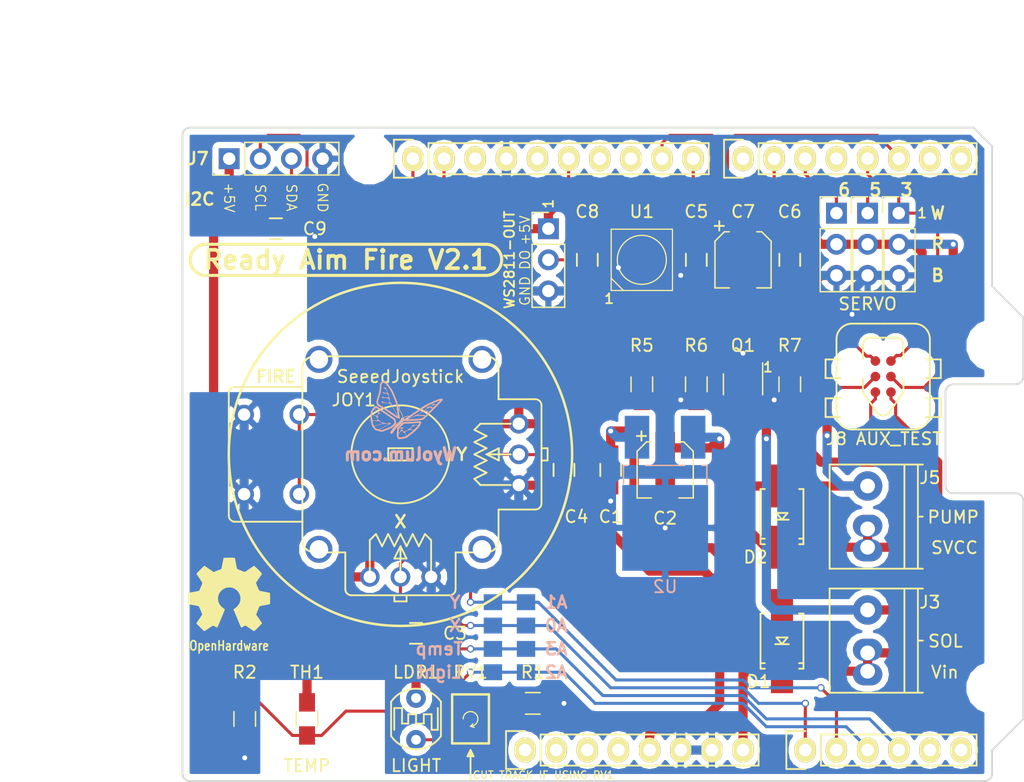
<source format=kicad_pcb>
(kicad_pcb (version 4) (host pcbnew 4.0.7-e2-6376~58~ubuntu16.04.1)
  (title_block (date "lun. 30 mars 2015"))
  (layers (0 F.Cu signal hide) (31 B.Cu signal hide) (34 B.Paste user) (35 F.Paste user) (36 B.SilkS user hide) (37 F.SilkS user) (38 B.Mask user) (39 F.Mask user) (44 Edge.Cuts user))
  (net 0 "")
  (net 1 +5V)
  (net 2 GND)
  (net 3 /Vin)
  (net 4 /A0)
  (net 5 /A1)
  (net 6 /A2)
  (net 7 /A3)
  (net 8 "/A4(SDA)")
  (net 9 "/A5(SCL)")
  (net 10 "/9(**)")
  (net 11 /8)
  (net 12 "/6(**)")
  (net 13 "/5(**)")
  (net 14 "/3(**)")
  (net 15 /2)
  (net 16 "/12(MISO)")
  (net 17 /SVCC)
  (net 18 /LED_OUT)
  (net 19 "Net-(Q1-Pad3)")
  (net 20 /SOL)
  (net 21 /PUMP)
  (module RAF_Libs:Pin_Header_Straight_1x03_Pitch2.54mm (layer F.Cu) (at 164.338 80.01)
    (fp_text reference J4 hide)
    (fp_text value SERVO hide)
    (pad 1 thru_hole rect (at 0 0) (size 1.7 1.7) (drill 1.016) (layers *.Cu *.Mask) (net 12 "/6(**)"))
    (pad 2 thru_hole oval (at 0 2.54) (size 1.7 1.7) (drill 1.016) (layers *.Cu *.Mask) (net 17 /SVCC))
    (pad 3 thru_hole oval (at 0 5.08) (size 1.7 1.7) (drill 1.016) (layers *.Cu *.Mask) (net 2 GND))
  )
  (module RAF_Libs:CP_Elec_4x5.7 (layer F.Cu) (at 156.718 83.82 270)
    (fp_text reference C7 (at -3.937 0 360) (layer F.SilkS))
    (fp_text value 22uF)
    (fp_text user + (at -2.77 2.01 270) (layer F.SilkS))
    (pad 1 smd rect (at -1.8 0 90) (size 2.6 1.6) (layers F.Cu F.Paste F.Mask) (net 17 /SVCC))
    (pad 2 smd rect (at 1.8 0 90) (size 2.6 1.6) (layers F.Cu F.Paste F.Mask) (net 2 GND))
  )
  (module RAF_Libs:LED_WS2812B-PLCC4 (layer F.Cu) (at 148.463 83.82 270)
    (fp_text reference U1 (at -3.937 0 360) (layer F.SilkS))
    (fp_text value RGB_WS2811B)
    (pad 3 smd rect (at 2.5 1.6 270) (size 1.6 1) (layers F.Cu F.Paste F.Mask) (net 2 GND))
    (pad 4 smd rect (at 2.5 -1.6 270) (size 1.6 1) (layers F.Cu F.Paste F.Mask) (net 11 /8))
    (pad 2 smd rect (at -2.5 1.6 270) (size 1.6 1) (layers F.Cu F.Paste F.Mask) (net 18 /LED_OUT))
    (pad 1 smd rect (at -2.5 -1.6 270) (size 1.6 1) (layers F.Cu F.Paste F.Mask) (net 1 +5V))
  )
  (module RAF_Libs:R_0805_HandSoldering (layer F.Cu) (at 121.158 121.285 270)
    (fp_text reference TH1 (at -3.81 0 360) (layer F.SilkS))
    (fp_text value TEMP (at 3.81 0 360) (layer F.SilkS))
    (pad 1 smd rect (at -1.35 0 270) (size 1.5 1.3) (layers F.Cu F.Paste F.Mask) (net 1 +5V))
    (pad 2 smd rect (at 1.35 0 270) (size 1.5 1.3) (layers F.Cu F.Paste F.Mask) (net 7 /A3))
  )
  (module RAF_Libs:R_0805_HandSoldering (layer F.Cu) (at 160.528 93.98 90)
    (fp_text reference R7 (at 3.175 0 360) (layer F.SilkS))
    (fp_text value 100k)
    (pad 1 smd rect (at -1.35 0 90) (size 1.5 1.3) (layers F.Cu F.Paste F.Mask) (net 2 GND))
    (pad 2 smd rect (at 1.35 0 90) (size 1.5 1.3) (layers F.Cu F.Paste F.Mask) (net 15 /2))
  )
  (module RAF_Libs:R_0805_HandSoldering (layer F.Cu) (at 152.908 93.98 90)
    (fp_text reference R6 (at 3.175 0 360) (layer F.SilkS))
    (fp_text value 100k)
    (pad 1 smd rect (at -1.35 0 90) (size 1.5 1.3) (layers F.Cu F.Paste F.Mask) (net 2 GND))
    (pad 2 smd rect (at 1.35 0 90) (size 1.5 1.3) (layers F.Cu F.Paste F.Mask) (net 19 "Net-(Q1-Pad3)"))
  )
  (module RAF_Libs:R_0805_HandSoldering (layer F.Cu) (at 148.463 93.98 90)
    (fp_text reference R5 (at 3.175 0 360) (layer F.SilkS))
    (fp_text value 100k)
    (pad 1 smd rect (at -1.35 0 90) (size 1.5 1.3) (layers F.Cu F.Paste F.Mask) (net 19 "Net-(Q1-Pad3)"))
    (pad 2 smd rect (at 1.35 0 90) (size 1.5 1.3) (layers F.Cu F.Paste F.Mask) (net 10 "/9(**)"))
  )
  (module RAF_Libs:R_0805_HandSoldering (layer F.Cu) (at 116.078 121.285 270)
    (fp_text reference R2 (at -3.81 0 360) (layer F.SilkS))
    (fp_text value 10K)
    (pad 1 smd rect (at -1.35 0 270) (size 1.5 1.3) (layers F.Cu F.Paste F.Mask) (net 7 /A3))
    (pad 2 smd rect (at 1.35 0 270) (size 1.5 1.3) (layers F.Cu F.Paste F.Mask) (net 2 GND))
  )
  (module RAF_Libs:R_0805_HandSoldering (layer F.Cu) (at 139.573 120.015)
    (fp_text reference R1 (at 0 -2.54 180) (layer F.SilkS))
    (fp_text value 22K)
    (pad 1 smd rect (at -1.35 0) (size 1.5 1.3) (layers F.Cu F.Paste F.Mask) (net 6 /A2))
    (pad 2 smd rect (at 1.35 0) (size 1.5 1.3) (layers F.Cu F.Paste F.Mask) (net 2 GND))
  )
  (module RAF_Libs:SuperSOT-6 (layer F.Cu) (at 156.718 93.98 270)
    (fp_text reference Q1 (at -3.175 0 360) (layer F.SilkS))
    (fp_text value FDC6305N)
    (pad 1 smd rect (at -1.3 -0.95 270) (size 1 0.7) (layers F.Cu F.Paste F.Mask) (net 15 /2))
    (pad 2 smd rect (at -1.3 0 270) (size 1 0.7) (layers F.Cu F.Paste F.Mask) (net 2 GND))
    (pad 3 smd rect (at -1.3 0.95 270) (size 1 0.7) (layers F.Cu F.Paste F.Mask) (net 19 "Net-(Q1-Pad3)"))
    (pad 4 smd rect (at 1.3 0.95 270) (size 1 0.7) (layers F.Cu F.Paste F.Mask) (net 21 /PUMP))
    (pad 6 smd rect (at 1.3 -0.95 270) (size 1 0.7) (layers F.Cu F.Paste F.Mask) (net 20 /SOL))
    (pad 5 smd rect (at 1.3 0 270) (size 1 0.7) (layers F.Cu F.Paste F.Mask) (net 2 GND))
  )
  (module RAF_Libs:Socket_Strip_Arduino_1x08 (layer F.Cu) (at 156.718 75.565)
    (fp_text reference P4 hide)
    (fp_text value Digital)
    (pad 1 thru_hole oval (at 0 0) (size 1.7272 2.032) (drill 1.016) (layers *.Cu *.Mask F.SilkS))
    (pad 2 thru_hole oval (at 2.54 0) (size 1.7272 2.032) (drill 1.016) (layers *.Cu *.Mask F.SilkS) (net 12 "/6(**)"))
    (pad 3 thru_hole oval (at 5.08 0) (size 1.7272 2.032) (drill 1.016) (layers *.Cu *.Mask F.SilkS) (net 13 "/5(**)"))
    (pad 4 thru_hole oval (at 7.62 0) (size 1.7272 2.032) (drill 1.016) (layers *.Cu *.Mask F.SilkS))
    (pad 5 thru_hole oval (at 10.16 0) (size 1.7272 2.032) (drill 1.016) (layers *.Cu *.Mask F.SilkS) (net 14 "/3(**)"))
    (pad 6 thru_hole oval (at 12.7 0) (size 1.7272 2.032) (drill 1.016) (layers *.Cu *.Mask F.SilkS) (net 15 /2))
    (pad 7 thru_hole oval (at 15.24 0) (size 1.7272 2.032) (drill 1.016) (layers *.Cu *.Mask F.SilkS))
    (pad 8 thru_hole oval (at 17.78 0) (size 1.7272 2.032) (drill 1.016) (layers *.Cu *.Mask F.SilkS))
  )
  (module RAF_Libs:Socket_Strip_Arduino_1x10 (layer F.Cu) (at 129.794 75.565)
    (fp_text reference P3 hide)
    (fp_text value Digital)
    (pad 1 thru_hole oval (at 0 0) (size 1.7272 2.032) (drill 1.016) (layers *.Cu *.Mask F.SilkS) (net 9 "/A5(SCL)"))
    (pad 2 thru_hole oval (at 2.54 0) (size 1.7272 2.032) (drill 1.016) (layers *.Cu *.Mask F.SilkS) (net 8 "/A4(SDA)"))
    (pad 3 thru_hole oval (at 5.08 0) (size 1.7272 2.032) (drill 1.016) (layers *.Cu *.Mask F.SilkS))
    (pad 4 thru_hole oval (at 7.62 0) (size 1.7272 2.032) (drill 1.016) (layers *.Cu *.Mask F.SilkS) (net 2 GND))
    (pad 5 thru_hole oval (at 10.16 0) (size 1.7272 2.032) (drill 1.016) (layers *.Cu *.Mask F.SilkS))
    (pad 6 thru_hole oval (at 12.7 0) (size 1.7272 2.032) (drill 1.016) (layers *.Cu *.Mask F.SilkS) (net 16 "/12(MISO)"))
    (pad 7 thru_hole oval (at 15.24 0) (size 1.7272 2.032) (drill 1.016) (layers *.Cu *.Mask F.SilkS))
    (pad 8 thru_hole oval (at 17.78 0) (size 1.7272 2.032) (drill 1.016) (layers *.Cu *.Mask F.SilkS))
    (pad 9 thru_hole oval (at 20.32 0) (size 1.7272 2.032) (drill 1.016) (layers *.Cu *.Mask F.SilkS) (net 10 "/9(**)"))
    (pad 10 thru_hole oval (at 22.86 0) (size 1.7272 2.032) (drill 1.016) (layers *.Cu *.Mask F.SilkS) (net 11 /8))
  )
  (module RAF_Libs:Socket_Strip_Arduino_1x06 (layer F.Cu) (at 161.798 123.825)
    (fp_text reference P2 hide)
    (fp_text value Analog)
    (pad 1 thru_hole oval (at 0 0) (size 1.7272 2.032) (drill 1.016) (layers *.Cu *.Mask F.SilkS) (net 4 /A0))
    (pad 2 thru_hole oval (at 2.54 0) (size 1.7272 2.032) (drill 1.016) (layers *.Cu *.Mask F.SilkS) (net 5 /A1))
    (pad 3 thru_hole oval (at 5.08 0) (size 1.7272 2.032) (drill 1.016) (layers *.Cu *.Mask F.SilkS) (net 6 /A2))
    (pad 4 thru_hole oval (at 7.62 0) (size 1.7272 2.032) (drill 1.016) (layers *.Cu *.Mask F.SilkS) (net 7 /A3))
    (pad 5 thru_hole oval (at 10.16 0) (size 1.7272 2.032) (drill 1.016) (layers *.Cu *.Mask F.SilkS))
    (pad 6 thru_hole oval (at 12.7 0) (size 1.7272 2.032) (drill 1.016) (layers *.Cu *.Mask F.SilkS))
  )
  (module RAF_Libs:Socket_Strip_Arduino_1x08 (layer F.Cu) (at 138.938 123.825)
    (fp_text reference P1 hide)
    (fp_text value Power)
    (pad 1 thru_hole oval (at 0 0) (size 1.7272 2.032) (drill 1.016) (layers *.Cu *.Mask F.SilkS))
    (pad 2 thru_hole oval (at 2.54 0) (size 1.7272 2.032) (drill 1.016) (layers *.Cu *.Mask F.SilkS))
    (pad 3 thru_hole oval (at 5.08 0) (size 1.7272 2.032) (drill 1.016) (layers *.Cu *.Mask F.SilkS))
    (pad 4 thru_hole oval (at 7.62 0) (size 1.7272 2.032) (drill 1.016) (layers *.Cu *.Mask F.SilkS))
    (pad 5 thru_hole oval (at 10.16 0) (size 1.7272 2.032) (drill 1.016) (layers *.Cu *.Mask F.SilkS) (net 1 +5V))
    (pad 6 thru_hole oval (at 12.7 0) (size 1.7272 2.032) (drill 1.016) (layers *.Cu *.Mask F.SilkS) (net 2 GND))
    (pad 7 thru_hole oval (at 15.24 0) (size 1.7272 2.032) (drill 1.016) (layers *.Cu *.Mask F.SilkS) (net 2 GND))
    (pad 8 thru_hole oval (at 17.78 0) (size 1.7272 2.032) (drill 1.016) (layers *.Cu *.Mask F.SilkS) (net 3 /Vin))
  )
  (module RAF_Libs:Pin_Header_Straight_1x04_Pitch2.54mm (layer F.Cu) (at 114.808 75.565 90)
    (fp_text reference J7 (at 0 -2.54 180) (layer F.SilkS) (effects (font (thickness 0.2))))
    (fp_text value I2C (at -3.302 -2.413 180) (layer F.SilkS) (effects (font (thickness 0.2))))
    (pad 1 thru_hole rect (at 0 0 90) (size 1.7 1.7) (drill 1.016) (layers *.Cu *.Mask) (net 1 +5V))
    (pad 2 thru_hole oval (at 0 2.54 90) (size 1.7 1.7) (drill 1.016) (layers *.Cu *.Mask) (net 9 "/A5(SCL)"))
    (pad 3 thru_hole oval (at 0 5.08 90) (size 1.7 1.7) (drill 1.016) (layers *.Cu *.Mask) (net 8 "/A4(SDA)"))
    (pad 4 thru_hole oval (at 0 7.62 90) (size 1.7 1.7) (drill 1.016) (layers *.Cu *.Mask) (net 2 GND))
  )
  (module RAF_Libs:Pin_Header_Straight_1x03_Pitch2.54mm (layer F.Cu) (at 140.843 81.28)
    (fp_text reference J6 hide)
    (fp_text value WS2811-OUT (at -3.175 2.54 90) (layer F.SilkS) (effects (font (size 0.8 0.8))))
    (pad 1 thru_hole rect (at 0 0) (size 1.7 1.7) (drill 1.016) (layers *.Cu *.Mask) (net 1 +5V))
    (pad 2 thru_hole oval (at 0 2.54) (size 1.7 1.7) (drill 1.016) (layers *.Cu *.Mask) (net 18 /LED_OUT))
    (pad 3 thru_hole oval (at 0 5.08) (size 1.7 1.7) (drill 1.016) (layers *.Cu *.Mask) (net 2 GND))
  )
  (module RAF_Libs:Pin_Header_Straight_1x03_Pitch2.54mm (layer F.Cu) (at 166.878 80.01)
    (fp_text reference J2 hide)
    (fp_text value SERVO (at 0 7.41) (layer F.SilkS))
    (pad 1 thru_hole rect (at 0 0) (size 1.7 1.7) (drill 1.016) (layers *.Cu *.Mask) (net 13 "/5(**)"))
    (pad 2 thru_hole oval (at 0 2.54) (size 1.7 1.7) (drill 1.016) (layers *.Cu *.Mask) (net 17 /SVCC))
    (pad 3 thru_hole oval (at 0 5.08) (size 1.7 1.7) (drill 1.016) (layers *.Cu *.Mask) (net 2 GND))
  )
  (module RAF_Libs:Pin_Header_Straight_1x03_Pitch2.54mm (layer F.Cu) (at 169.418 80.01)
    (fp_text reference J1 hide)
    (fp_text value SERVO hide)
    (pad 1 thru_hole rect (at 0 0) (size 1.7 1.7) (drill 1.016) (layers *.Cu *.Mask) (net 14 "/3(**)"))
    (pad 2 thru_hole oval (at 0 2.54) (size 1.7 1.7) (drill 1.016) (layers *.Cu *.Mask) (net 17 /SVCC))
    (pad 3 thru_hole oval (at 0 5.08) (size 1.7 1.7) (drill 1.016) (layers *.Cu *.Mask) (net 2 GND))
  )
  (module RAF_Libs:SMA_Handsoldering (layer F.Cu) (at 159.893 104.775 90)
    (fp_text reference D2 (at -3.302 -2.159 180) (layer F.SilkS))
    (fp_text value S1ATR)
    (pad 1 smd rect (at -2.49936 0 90) (size 3.50012 1.80086) (layers F.Cu F.Paste F.Mask) (net 17 /SVCC))
    (pad 2 smd rect (at 2.49936 0 90) (size 3.50012 1.80086) (layers F.Cu F.Paste F.Mask) (net 21 /PUMP))
  )
  (module RAF_Libs:SMA_Handsoldering (layer F.Cu) (at 159.893 114.935 90)
    (fp_text reference D1 (at -3.302 -1.905 180) (layer F.SilkS))
    (fp_text value S1ATR)
    (pad 1 smd rect (at -2.49936 0 90) (size 3.50012 1.80086) (layers F.Cu F.Paste F.Mask) (net 3 /Vin))
    (pad 2 smd rect (at 2.49936 0 90) (size 3.50012 1.80086) (layers F.Cu F.Paste F.Mask) (net 20 /SOL))
  )
  (module RAF_Libs:C_0805_HandSoldering (layer F.Cu) (at 118.618 81.28)
    (fp_text reference C9 (at 3.175 0 180) (layer F.SilkS))
    (fp_text value 0.1uF)
    (pad 1 smd rect (at -1.25 0) (size 1.5 1.25) (layers F.Cu F.Paste F.Mask) (net 1 +5V))
    (pad 2 smd rect (at 1.25 0) (size 1.5 1.25) (layers F.Cu F.Paste F.Mask) (net 2 GND))
  )
  (module RAF_Libs:C_0805_HandSoldering (layer F.Cu) (at 144.018 83.82 270)
    (fp_text reference C8 (at -3.937 0 360) (layer F.SilkS))
    (fp_text value 0.1uF)
    (pad 1 smd rect (at -1.25 0 270) (size 1.5 1.25) (layers F.Cu F.Paste F.Mask) (net 1 +5V))
    (pad 2 smd rect (at 1.25 0 270) (size 1.5 1.25) (layers F.Cu F.Paste F.Mask) (net 2 GND))
  )
  (module RAF_Libs:C_0805_HandSoldering (layer F.Cu) (at 160.528 83.82 270)
    (fp_text reference C6 (at -3.937 0 360) (layer F.SilkS))
    (fp_text value 0.1uF)
    (pad 1 smd rect (at -1.25 0 270) (size 1.5 1.25) (layers F.Cu F.Paste F.Mask) (net 17 /SVCC))
    (pad 2 smd rect (at 1.25 0 270) (size 1.5 1.25) (layers F.Cu F.Paste F.Mask) (net 2 GND))
  )
  (module RAF_Libs:C_0805_HandSoldering (layer F.Cu) (at 152.908 83.82 270)
    (fp_text reference C5 (at -3.937 0 360) (layer F.SilkS))
    (fp_text value 0.1uF)
    (pad 1 smd rect (at -1.25 0 270) (size 1.5 1.25) (layers F.Cu F.Paste F.Mask) (net 1 +5V))
    (pad 2 smd rect (at 1.25 0 270) (size 1.5 1.25) (layers F.Cu F.Paste F.Mask) (net 2 GND))
  )
  (module RAF_Libs:C_0805_HandSoldering (layer F.Cu) (at 142.113 100.965 270)
    (fp_text reference C4 (at 3.81 -1.016 360) (layer F.SilkS))
    (fp_text value 0.1uF)
    (pad 1 smd rect (at -1.25 0 270) (size 1.5 1.25) (layers F.Cu F.Paste F.Mask) (net 5 /A1))
    (pad 2 smd rect (at 1.25 0 270) (size 1.5 1.25) (layers F.Cu F.Paste F.Mask) (net 2 GND))
  )
  (module RAF_Libs:C_0805_HandSoldering (layer F.Cu) (at 130.048 114.3)
    (fp_text reference C3 (at 3.175 0) (layer F.SilkS))
    (fp_text value 0.1uF)
    (pad 1 smd rect (at -1.25 0) (size 1.5 1.25) (layers F.Cu F.Paste F.Mask) (net 4 /A0))
    (pad 2 smd rect (at 1.25 0) (size 1.5 1.25) (layers F.Cu F.Paste F.Mask) (net 2 GND))
  )
  (module RAF_Libs:C_0805_HandSoldering (layer F.Cu) (at 145.923 100.965 270)
    (fp_text reference C1 (at 3.81 0 360) (layer F.SilkS))
    (fp_text value 0.1uF)
    (pad 1 smd rect (at -1.25 0 270) (size 1.5 1.25) (layers F.Cu F.Paste F.Mask) (net 3 /Vin))
    (pad 2 smd rect (at 1.25 0 270) (size 1.5 1.25) (layers F.Cu F.Paste F.Mask) (net 2 GND))
  )
  (module RAF_Libs:CP_Elec_4x5.7 (layer F.Cu) (at 150.368 100.965 270)
    (fp_text reference C2 (at 3.937 0 360) (layer F.SilkS))
    (fp_text value 22uF)
    (fp_text user + (at -2.77 2.01 270) (layer F.SilkS))
    (pad 1 smd rect (at -1.8 0 90) (size 2.6 1.6) (layers F.Cu F.Paste F.Mask) (net 17 /SVCC))
    (pad 2 smd rect (at 1.8 0 90) (size 2.6 1.6) (layers F.Cu F.Paste F.Mask) (net 2 GND))
  )
  (module RAF_Libs:logo_wyo_butterfly_small (layer B.Cu) (at 128.778 96.52 180)
    (fp_text reference WYO1 hide)
    (fp_text value LOGO_WL hide)
  )
  (module RAF_Libs:OSHW_6mm (layer F.Cu) (at 114.808 111.125)
    (fp_text reference OSHW1 hide)
    (fp_text value OSHW hide)
    (fp_text user OpenHardware (at 0 4.191) (layer F.SilkS) (effects (font (size 0.762 0.6096) (thickness 0.127))))
  )
  (module RAF_Libs:DPak (layer B.Cu) (at 150.368 102.87 270)
    (fp_text reference U2 (at 7.62 0 360) (layer B.SilkS) (effects (justify mirror)))
    (fp_text value LF60CDT)
    (pad VI smd rect (at -4.575 2.3) (size 2 3.5) (layers B.Cu B.Paste B.Mask) (net 3 /Vin))
    (pad VO smd rect (at -4.575 -2.28) (size 2 3.5) (layers B.Cu B.Paste B.Mask) (net 17 /SVCC))
    (pad GND smd rect (at 2.825 0) (size 7 7) (layers B.Cu B.Paste B.Mask) (net 2 GND))
  )
  (module RAF_Libs:0805_jumper (layer B.Cu) (at 137.668 113.665)
    (fp_text reference JP1 hide)
    (fp_text value Jumper_NC_Small hide)
    (pad 2 smd rect (at 0.3 0) (size 0.6 0.1524) (layers B.Cu B.Paste B.Mask) (net 4 /A0))
    (pad 2 smd rect (at 1.35 0) (size 1.5 1.3) (layers B.Cu B.Paste B.Mask) (net 4 /A0))
    (pad 1 smd rect (at -1.35 0) (size 1.5 1.3) (layers B.Cu B.Paste B.Mask) (net 4 /A0))
    (pad 1 smd rect (at -0.3 0) (size 0.6 0.1524) (layers B.Cu B.Paste B.Mask) (net 4 /A0))
  )
  (module RAF_Libs:0805_jumper (layer B.Cu) (at 137.668 115.57)
    (fp_text reference JP4 hide)
    (fp_text value Jumper_NC_Small hide)
    (pad 2 smd rect (at 0.3 0) (size 0.6 0.1524) (layers B.Cu B.Paste B.Mask) (net 7 /A3))
    (pad 2 smd rect (at 1.35 0) (size 1.5 1.3) (layers B.Cu B.Paste B.Mask) (net 7 /A3))
    (pad 1 smd rect (at -1.35 0) (size 1.5 1.3) (layers B.Cu B.Paste B.Mask) (net 7 /A3))
    (pad 1 smd rect (at -0.3 0) (size 0.6 0.1524) (layers B.Cu B.Paste B.Mask) (net 7 /A3))
  )
  (module RAF_Libs:0805_jumper (layer B.Cu) (at 137.668 117.475)
    (fp_text reference JP3 hide)
    (fp_text value Jumper_NC_Small hide)
    (pad 2 smd rect (at 0.3 0) (size 0.6 0.1524) (layers B.Cu B.Paste B.Mask) (net 6 /A2))
    (pad 2 smd rect (at 1.35 0) (size 1.5 1.3) (layers B.Cu B.Paste B.Mask) (net 6 /A2))
    (pad 1 smd rect (at -1.35 0) (size 1.5 1.3) (layers B.Cu B.Paste B.Mask) (net 6 /A2))
    (pad 1 smd rect (at -0.3 0) (size 0.6 0.1524) (layers B.Cu B.Paste B.Mask) (net 6 /A2))
  )
  (module RAF_Libs:0805_jumper (layer B.Cu) (at 137.668 111.76)
    (fp_text reference JP2 hide)
    (fp_text value Jumper_NC_Small hide)
    (pad 2 smd rect (at 0.3 0) (size 0.6 0.1524) (layers B.Cu B.Paste B.Mask) (net 5 /A1))
    (pad 2 smd rect (at 1.35 0) (size 1.5 1.3) (layers B.Cu B.Paste B.Mask) (net 5 /A1))
    (pad 1 smd rect (at -1.35 0) (size 1.5 1.3) (layers B.Cu B.Paste B.Mask) (net 5 /A1))
    (pad 1 smd rect (at -0.3 0) (size 0.6 0.1524) (layers B.Cu B.Paste B.Mask) (net 5 /A1))
  )
  (module RAF_Libs:Resistor_LDR_5.0x3.4 (layer F.Cu) (at 130.048 121.285 270)
    (fp_text reference LDR1 (at -3.81 0 360) (layer F.SilkS))
    (fp_text value LIGHT (at 3.81 0 360) (layer F.SilkS))
    (pad 1 thru_hole circle (at -1.7018 0 270) (size 1.6 1.6) (drill 0.8) (layers *.Cu *.Mask) (net 1 +5V))
    (pad 2 thru_hole circle (at 1.7018 0 270) (size 1.6 1.6) (drill 0.8) (layers *.Cu *.Mask) (net 6 /A2))
  )
  (module RAF_Libs:Res_variable (layer F.Cu) (at 134.493 121.285)
    (fp_text reference RV1 (at 0 -3.81) (layer F.SilkS))
    (fp_text value 100k)
    (pad 1 smd rect (at -1 1.8) (size 1.2 1.2) (layers F.Cu F.Paste F.Mask) (net 6 /A2))
    (pad 2 smd rect (at 1 1.8) (size 1.2 1.2) (layers F.Cu F.Paste F.Mask) (net 6 /A2))
    (pad 3 smd rect (at 0 -1.5) (size 1.6 1.6) (layers F.Cu F.Paste F.Mask) (net 6 /A2))
    (pad 1 smd rect (at -0.6 2.3) (size 1.2 0.2) (layers F.Cu F.Paste F.Mask) (net 6 /A2))
    (pad 2 smd rect (at 0.6 2.3) (size 1.2 0.2) (layers F.Cu F.Paste F.Mask) (net 6 /A2))
  )
  (module RAF_Libs:NPTH_hole_3mm (layer F.Cu) (at 124.968 123.825)
    (fp_text reference H1 hide)
    (fp_text value NPTH_hole hide)
    (pad "" np_thru_hole circle (at 0 0) (size 3.175 3.175) (drill 3.175) (layers *.Cu *.Mask))
  )
  (module RAF_Libs:NPTH_hole_3mm (layer F.Cu) (at 177.038 118.745)
    (fp_text reference H2 hide)
    (fp_text value NPTH_hole hide)
    (pad "" np_thru_hole circle (at 0 0) (size 3.175 3.175) (drill 3.175) (layers *.Cu *.Mask))
  )
  (module RAF_Libs:NPTH_hole_3mm (layer F.Cu) (at 177.038 90.805)
    (fp_text reference H3 hide)
    (fp_text value NPTH_hole hide)
    (pad "" np_thru_hole circle (at 0 0) (size 3.175 3.175) (drill 3.175) (layers *.Cu *.Mask))
  )
  (module RAF_Libs:NPTH_hole_3mm (layer F.Cu) (at 126.238 75.565)
    (fp_text reference H4 hide)
    (fp_text value NPTH_hole hide)
    (pad "" np_thru_hole circle (at 0 0) (size 3.175 3.175) (drill 3.175) (layers *.Cu *.Mask))
  )
  (module RAF_Libs:TC2030-IDC (layer F.Cu) (at 168.148 95.885 90)
    (fp_text reference J8 (at -2.54 -3.81 180) (layer F.SilkS))
    (fp_text value AUX_TEST (at -2.54 1.27 180) (layer F.SilkS))
    (pad 1 smd circle (at 1.27 0.635 90) (size 0.7874 0.7874) (layers F.Cu F.Mask) (net 3 /Vin))
    (pad 2 smd circle (at 1.27 -0.635 90) (size 0.7874 0.7874) (layers F.Cu F.Mask) (net 20 /SOL))
    (pad 3 smd circle (at 2.54 0.635 90) (size 0.7874 0.7874) (layers F.Cu F.Mask) (net 17 /SVCC))
    (pad 4 smd circle (at 2.54 -0.635 90) (size 0.7874 0.7874) (layers F.Cu F.Mask) (net 21 /PUMP))
    (pad 5 smd circle (at 3.81 0.635 90) (size 0.7874 0.7874) (layers F.Cu F.Mask) (net 14 "/3(**)"))
    (pad 6 smd circle (at 3.81 -0.635 90) (size 0.7874 0.7874) (layers F.Cu F.Mask) (net 2 GND))
    (pad "" np_thru_hole circle (at 0 0 90) (size 0.9906 0.9906) (drill 0.9906) (layers *.Cu *.Mask))
    (pad "" np_thru_hole circle (at 5.08 -1.016 90) (size 0.9906 0.9906) (drill 0.9906) (layers *.Cu *.Mask))
    (pad "" np_thru_hole circle (at 5.08 1.016 90) (size 0.9906 0.9906) (drill 0.9906) (layers *.Cu *.Mask))
    (pad "" np_thru_hole circle (at 0 -2.54 90) (size 2.3749 2.3749) (drill 2.3749) (layers *.Cu *.Mask))
    (pad "" np_thru_hole circle (at 0 2.54 90) (size 2.3749 2.3749) (drill 2.3749) (layers *.Cu *.Mask))
    (pad "" np_thru_hole circle (at 3.175 2.54 90) (size 2.3749 2.3749) (drill 2.3749) (layers *.Cu *.Mask))
    (pad "" np_thru_hole circle (at 3.175 -2.54 90) (size 2.3749 2.3749) (drill 2.3749) (layers *.Cu *.Mask))
  )
  (module RAF_Libs:SEEED-Joystick_v2 (layer F.Cu) (at 128.778 99.695 90)
    (fp_text reference JOY1 (at 4.445 -3.81 180) (layer F.SilkS))
    (fp_text value SeeedJoystick (at 6.35 0 180) (layer F.SilkS))
    (fp_text user FIRE (at 6.35 -10.16 180) (layer F.SilkS) (effects (font (thickness 0.2))))
    (fp_text user Y (at 0 5 180) (layer F.SilkS) (effects (font (thickness 0.2))))
    (fp_text user X (at -5.5 0 180) (layer F.SilkS) (effects (font (thickness 0.2))))
    (pad A1 thru_hole circle (at -3.25 -12.75 90) (size 1.6 1.6) (drill 1.016) (layers *.Cu *.Mask) (net 2 GND))
    (pad A2 thru_hole circle (at 3.25 -12.75 90) (size 1.6 1.6) (drill 1.016) (layers *.Cu *.Mask) (net 2 GND))
    (pad B2 thru_hole circle (at 3.25 -8.25 90) (size 1.6 1.6) (drill 1.016) (layers *.Cu *.Mask) (net 16 "/12(MISO)"))
    (pad B1 thru_hole circle (at -3.25 -8.25 90) (size 1.6 1.6) (drill 1.016) (layers *.Cu *.Mask) (net 16 "/12(MISO)"))
    (pad Y- thru_hole circle (at -2.5 9.65 90) (size 1.6 1.6) (drill 1.016) (layers *.Cu *.Mask) (net 2 GND))
    (pad Y thru_hole circle (at 0 9.65 90) (size 1.6 1.6) (drill 1.016) (layers *.Cu *.Mask) (net 5 /A1))
    (pad Y+ thru_hole circle (at 2.5 9.65 90) (size 1.6 1.6) (drill 1.016) (layers *.Cu *.Mask) (net 1 +5V))
    (pad X- thru_hole circle (at -10 2.5 90) (size 1.6 1.6) (drill 1.016) (layers *.Cu *.Mask) (net 2 GND))
    (pad X thru_hole circle (at -10 0 90) (size 1.6 1.6) (drill 1.016) (layers *.Cu *.Mask) (net 4 /A0))
    (pad X+ thru_hole circle (at -10 -2.5 90) (size 1.6 1.6) (drill 1.016) (layers *.Cu *.Mask) (net 1 +5V))
    (pad "" thru_hole circle (at -7.75 -6.65 90) (size 2.2 2.2) (drill 1.5) (layers *.Cu *.Mask))
    (pad "" np_thru_hole circle (at 7.75 -6.65 90) (size 2.2 2.2) (drill 1.5) (layers *.Cu))
    (pad "" np_thru_hole circle (at 7.75 6.65 90) (size 2.2 2.2) (drill 1.5) (layers *.Cu))
    (pad "" np_thru_hole circle (at -7.75 6.65 90) (size 2.2 2.2) (drill 1.5) (layers *.Cu))
  )
  (module RAF_Libs:TerminalBlock_Pheonix_PT-5.0mm_2pol (layer F.Cu) (at 166.878 114.895 90)
    (fp_text reference J3 (at 3.135 5.08 180) (layer F.SilkS))
    (fp_text value SOL (at -0.045 6.35 180) (layer F.SilkS))
    (pad 2 thru_hole circle (at 2.5 0 90) (size 2.4 2.4) (drill 1.2) (layers *.Cu *.Mask) (net 20 /SOL))
    (pad 1 thru_hole oval (at -2.5 0 90) (size 1.8 2.4) (drill 1.2 (offset -0.25 0)) (layers *.Cu *.Mask) (net 3 /Vin))
    (pad 1 thru_hole oval (at -1 0 90) (size 1.8 2.4) (drill 1.2 (offset 0.25 0)) (layers *.Cu *.Mask) (net 3 /Vin))
  )
  (module RAF_Libs:TerminalBlock_Pheonix_PT-5.0mm_2pol (layer F.Cu) (at 166.878 104.775 90)
    (fp_text reference J5 (at 3.175 5.08 180) (layer F.SilkS))
    (fp_text value PUMP (at -0.045 6.985 180) (layer F.SilkS))
    (pad 2 thru_hole circle (at 2.5 0 90) (size 2.4 2.4) (drill 1.2) (layers *.Cu *.Mask) (net 21 /PUMP))
    (pad 1 thru_hole oval (at -2.5 0 90) (size 1.8 2.4) (drill 1.2 (offset -0.25 0)) (layers *.Cu *.Mask) (net 17 /SVCC))
    (pad 1 thru_hole oval (at -1 0 90) (size 1.8 2.4) (drill 1.2 (offset 0.25 0)) (layers *.Cu *.Mask) (net 17 /SVCC))
  )
  (gr_text Vin (at 171.958 117.475) (layer F.SilkS) (effects (font (size 1 1)) (justify left)))
  (gr_text SVCC (at 171.958 107.315) (layer F.SilkS) (effects (font (size 1 1)) (justify left)))
  (gr_text 1 (at 145.796 86.995) (layer F.SilkS) (effects (font (size 0.8 0.8))))
  (gr_text 1 (at 158.75 92.583) (layer F.SilkS) (effects (font (size 0.8 0.8))))
  (gr_arc (start 112.903 83.82) (end 112.903 85.09) (angle 180) (layer F.SilkS) (width 0.254))
  (gr_arc (start 135.763 83.82) (end 135.763 82.55) (angle 180) (layer F.SilkS) (width 0.254))
  (gr_line (start 135.763 85.09) (end 112.903 85.09) (layer F.SilkS) (width 0.254))
  (gr_line (start 112.903 82.55) (end 135.763 82.55) (layer F.SilkS) (width 0.254))
  (gr_text "CUT TRACK IF USING RV1" (at 134.62 125.857) (layer F.SilkS) (effects (font (size 0.6 0.6) (thickness 0.1)) (justify left)))
  (gr_line (start 134.62 124.333) (end 134.62 124.079) (layer F.SilkS) (width 0.15))
  (gr_line (start 134.366 124.079) (end 134.366 124.333) (layer F.SilkS) (width 0.15))
  (gr_line (start 134.747 124.333) (end 134.493 123.825) (layer F.SilkS) (width 0.15))
  (gr_line (start 134.239 124.333) (end 134.747 124.333) (layer F.SilkS) (width 0.15))
  (gr_line (start 134.493 123.825) (end 134.239 124.333) (layer F.SilkS) (width 0.15))
  (gr_line (start 134.493 123.825) (end 134.493 126.365) (layer F.SilkS) (width 0.15))
  (gr_arc (start 176.403 125.73) (end 177.038 125.73) (angle 90) (layer Edge.Cuts) (width 0.15))
  (gr_arc (start 111.633 125.73) (end 111.633 126.365) (angle 90) (layer Edge.Cuts) (width 0.15))
  (gr_arc (start 111.633 73.66) (end 110.998 73.66) (angle 90) (layer Edge.Cuts) (width 0.15))
  (gr_line (start 179.578 103.505) (end 179.578 121.285) (angle 90) (layer Edge.Cuts) (width 0.15))
  (gr_line (start 179.578 93.345) (end 179.578 88.519) (angle 90) (layer Edge.Cuts) (width 0.15))
  (gr_line (start 173.863 102.87) (end 178.943 102.87) (angle 90) (layer Edge.Cuts) (width 0.15))
  (gr_line (start 173.228 94.615) (end 173.228 102.235) (angle 90) (layer Edge.Cuts) (width 0.15))
  (gr_line (start 178.943 93.98) (end 173.863 93.98) (angle 90) (layer Edge.Cuts) (width 0.15))
  (gr_arc (start 178.943 103.505) (end 178.943 102.87) (angle 90) (layer Edge.Cuts) (width 0.15))
  (gr_arc (start 178.943 93.345) (end 179.578 93.345) (angle 90) (layer Edge.Cuts) (width 0.15))
  (gr_arc (start 173.863 94.615) (end 173.228 94.615) (angle 90) (layer Edge.Cuts) (width 0.15))
  (gr_arc (start 173.863 102.235) (end 173.863 102.87) (angle 90) (layer Edge.Cuts) (width 0.15))
  (gr_text 1 (at 140.843 79.248 90) (layer F.SilkS) (effects (font (size 0.8 0.8))))
  (gr_text 1 (at 171.323 80.01) (layer F.SilkS) (effects (font (size 0.8 0.8))))
  (gr_text "Temp\n" (at 131.953 115.57) (layer B.SilkS) (effects (font (size 1 1) (thickness 0.2)) (justify mirror)))
  (gr_text Light (at 131.953 117.475) (layer B.SilkS) (effects (font (size 1 1) (thickness 0.2)) (justify mirror)))
  (gr_text Y (at 133.223 111.76) (layer B.SilkS) (effects (font (size 1 1) (thickness 0.2)) (justify mirror)))
  (gr_text X (at 133.223 113.665) (layer B.SilkS) (effects (font (size 1 1) (thickness 0.2)) (justify mirror)))
  (gr_text "A0\n" (at 141.478 113.665) (layer B.SilkS) (effects (font (size 1 1) (thickness 0.2)) (justify mirror)))
  (gr_text "A1\n" (at 141.478 111.76) (layer B.SilkS) (effects (font (size 1 1) (thickness 0.2)) (justify mirror)))
  (gr_text A2 (at 141.478 117.475) (layer B.SilkS) (effects (font (size 1 1) (thickness 0.2)) (justify mirror)))
  (gr_text A3 (at 141.478 115.57) (layer B.SilkS) (effects (font (size 1 1) (thickness 0.2)) (justify mirror)))
  (gr_text B (at 172.593 85.09) (layer F.SilkS) (effects (font (size 1 1) (thickness 0.2))))
  (gr_text R (at 172.593 82.55) (layer F.SilkS) (effects (font (size 1 1) (thickness 0.2))))
  (gr_text W (at 172.593 80.01) (layer F.SilkS) (effects (font (size 1 1) (thickness 0.2))))
  (gr_text 6 (at 164.973 78.105) (layer F.SilkS) (effects (font (size 1 1) (thickness 0.2))))
  (gr_text "5\n" (at 167.513 78.105) (layer F.SilkS) (effects (font (size 1 1) (thickness 0.2))))
  (gr_text 3 (at 170.053 78.105) (layer F.SilkS) (effects (font (size 1 1) (thickness 0.2))))
  (gr_text DO (at 138.938 83.82 90) (layer F.SilkS) (effects (font (size 0.8 0.8) (thickness 0.1))))
  (gr_text "GND\n" (at 138.938 86.36 90) (layer F.SilkS) (effects (font (size 0.8 0.8) (thickness 0.1))))
  (gr_text "+5V\n" (at 138.938 81.407 90) (layer F.SilkS) (effects (font (size 0.8 0.8) (thickness 0.1))))
  (gr_text "GND\n" (at 122.428 78.74 270) (layer F.SilkS) (effects (font (size 0.8 0.8) (thickness 0.1))))
  (gr_text "+5V\n" (at 114.808 78.74 270) (layer F.SilkS) (effects (font (size 0.8 0.8) (thickness 0.1))))
  (gr_text SDA (at 119.888 78.74 270) (layer F.SilkS) (effects (font (size 0.8 0.8) (thickness 0.1))))
  (gr_text SCL (at 117.348 78.74 270) (layer F.SilkS) (effects (font (size 0.8 0.8) (thickness 0.1))))
  (gr_text Wyolum.com (at 128.778 99.695) (layer B.SilkS) (effects (font (size 1 1) (thickness 0.25)) (justify mirror)))
  (gr_text "Ready Aim Fire V2.1" (at 124.333 83.82) (layer F.SilkS) (effects (font (size 1.5 1.5) (thickness 0.3))))
  (gr_line (start 177.038 74.549) (end 175.514 73.025) (angle 90) (layer Edge.Cuts) (width 0.15))
  (gr_line (start 177.038 85.979) (end 177.038 74.549) (angle 90) (layer Edge.Cuts) (width 0.15))
  (gr_line (start 179.578 88.519) (end 177.038 85.979) (angle 90) (layer Edge.Cuts) (width 0.15))
  (gr_line (start 177.038 123.825) (end 179.578 121.285) (angle 90) (layer Edge.Cuts) (width 0.15))
  (gr_line (start 177.038 125.73) (end 177.038 123.825) (angle 90) (layer Edge.Cuts) (width 0.15))
  (gr_line (start 111.633 126.365) (end 176.403 126.365) (angle 90) (layer Edge.Cuts) (width 0.15))
  (gr_line (start 110.998 73.66) (end 110.998 125.73) (angle 90) (layer Edge.Cuts) (width 0.15))
  (gr_line (start 175.514 73.025) (end 111.633 73.025) (angle 90) (layer Edge.Cuts) (width 0.15))
  (segment (start 149.098 123.825) (end 149.098 122.555) (width 0.75) (layer F.Cu) (net 1))
  (segment (start 149.098 122.555) (end 150.368 121.285) (width 0.75) (layer F.Cu) (net 1))
  (segment (start 150.368 121.285) (end 153.543 121.285) (width 0.75) (layer F.Cu) (net 1))
  (segment (start 153.543 121.285) (end 154.813 120.015) (width 0.75) (layer F.Cu) (net 1))
  (segment (start 154.813 120.015) (end 154.813 110.49) (width 0.75) (layer F.Cu) (net 1))
  (segment (start 154.813 110.49) (end 153.543 109.22) (width 0.75) (layer F.Cu) (net 1))
  (segment (start 153.543 109.22) (end 149.098 109.22) (width 0.75) (layer F.Cu) (net 1))
  (segment (start 149.098 109.22) (end 144.018 104.14) (width 0.75) (layer F.Cu) (net 1))
  (segment (start 144.018 104.14) (end 144.018 98.425) (width 0.75) (layer F.Cu) (net 1))
  (segment (start 144.018 98.425) (end 142.788 97.195) (width 0.75) (layer F.Cu) (net 1))
  (segment (start 142.788 97.195) (end 138.428 97.195) (width 0.75) (layer F.Cu) (net 1))
  (segment (start 149.098 79.375) (end 144.018 79.375) (width 0.75) (layer F.Cu) (net 1))
  (segment (start 144.018 79.375) (end 141.478 79.375) (width 0.75) (layer F.Cu) (net 1))
  (segment (start 144.018 82.57) (end 144.018 79.375) (width 0.75) (layer F.Cu) (net 1))
  (segment (start 140.843 80.01) (end 141.478 79.375) (width 0.75) (layer F.Cu) (net 1))
  (segment (start 140.843 80.01) (end 140.843 81.28) (width 0.75) (layer F.Cu) (net 1))
  (segment (start 150.063 81.32) (end 150.063 80.34) (width 0.75) (layer F.Cu) (net 1))
  (segment (start 150.063 80.34) (end 149.098 79.375) (width 0.75) (layer F.Cu) (net 1))
  (segment (start 138.428 81.79) (end 138.938 81.28) (width 0.75) (layer F.Cu) (net 1))
  (segment (start 138.938 81.28) (end 140.843 81.28) (width 0.75) (layer F.Cu) (net 1))
  (segment (start 138.428 97.195) (end 138.428 81.79) (width 0.75) (layer F.Cu) (net 1))
  (segment (start 150.063 81.32) (end 151.658 81.32) (width 0.75) (layer F.Cu) (net 1))
  (segment (start 151.658 81.32) (end 152.908 82.57) (width 0.75) (layer F.Cu) (net 1))
  (segment (start 113.538 78.435) (end 113.538 81.28) (width 0.75) (layer F.Cu) (net 1))
  (segment (start 113.538 81.28) (end 113.538 116.205) (width 0.75) (layer F.Cu) (net 1))
  (segment (start 117.368 81.28) (end 113.538 81.28) (width 0.75) (layer F.Cu) (net 1))
  (segment (start 113.538 116.205) (end 114.173 116.84) (width 0.75) (layer F.Cu) (net 1))
  (segment (start 114.173 116.84) (end 121.158 116.84) (width 0.75) (layer F.Cu) (net 1))
  (segment (start 114.808 75.565) (end 114.808 77.165) (width 0.75) (layer F.Cu) (net 1))
  (segment (start 114.808 77.165) (end 113.538 78.435) (width 0.75) (layer F.Cu) (net 1))
  (segment (start 126.278 109.695) (end 126.278 99.02) (width 0.75) (layer F.Cu) (net 1))
  (segment (start 126.278 99.02) (end 128.103 97.195) (width 0.75) (layer F.Cu) (net 1))
  (segment (start 126.278 109.695) (end 123.223 109.695) (width 0.75) (layer F.Cu) (net 1))
  (segment (start 123.223 109.695) (end 121.158 111.76) (width 0.75) (layer F.Cu) (net 1))
  (segment (start 121.158 111.76) (end 121.158 116.84) (width 0.75) (layer F.Cu) (net 1))
  (segment (start 138.428 97.195) (end 128.103 97.195) (width 0.75) (layer F.Cu) (net 1))
  (segment (start 130.048 119.5832) (end 130.048 118.11) (width 0.75) (layer F.Cu) (net 1))
  (segment (start 128.778 116.84) (end 121.158 116.84) (width 0.75) (layer F.Cu) (net 1))
  (segment (start 130.048 118.11) (end 128.778 116.84) (width 0.75) (layer F.Cu) (net 1))
  (segment (start 121.158 119.935) (end 121.158 116.84) (width 0.75) (layer F.Cu) (net 1))
  (segment (start 124.333 98.425) (end 123.063 99.695) (width 0.75) (layer B.Cu) (net 2))
  (segment (start 123.063 99.695) (end 116.028 99.695) (width 0.75) (layer B.Cu) (net 2))
  (segment (start 124.333 88.9) (end 124.333 98.425) (width 0.75) (layer B.Cu) (net 2))
  (segment (start 121.793 81.915) (end 121.793 86.36) (width 0.75) (layer B.Cu) (net 2))
  (segment (start 121.793 86.36) (end 124.333 88.9) (width 0.75) (layer B.Cu) (net 2))
  (segment (start 165.608 90.498006) (end 165.608 88.264976) (width 0.75) (layer F.Cu) (net 2))
  (segment (start 167.119301 91.681301) (end 166.791295 91.681301) (width 0.254) (layer F.Cu) (net 2))
  (segment (start 167.513 92.075) (end 167.119301 91.681301) (width 0.254) (layer F.Cu) (net 2))
  (segment (start 165.608 86.36) (end 165.608 88.264976) (width 0.75) (layer B.Cu) (net 2))
  (segment (start 166.791295 91.681301) (end 165.608 90.498006) (width 0.254) (layer F.Cu) (net 2))
  (segment (start 166.878 85.09) (end 165.608 86.36) (width 0.75) (layer B.Cu) (net 2))
  (via (at 165.608 88.264976) (size 0.6) (drill 0.4) (layers F.Cu B.Cu) (net 2))
  (segment (start 156.718 85.09) (end 159.258 85.09) (width 0.75) (layer B.Cu) (net 2))
  (segment (start 159.258 85.09) (end 164.338 85.09) (width 0.75) (layer B.Cu) (net 2))
  (segment (start 159.258 95.25) (end 159.258 85.09) (width 0.75) (layer B.Cu) (net 2))
  (segment (start 160.528 95.33) (end 159.338 95.33) (width 0.75) (layer F.Cu) (net 2))
  (segment (start 159.338 95.33) (end 159.258 95.25) (width 0.75) (layer F.Cu) (net 2))
  (via (at 159.258 95.25) (size 0.6) (drill 0.4) (layers F.Cu B.Cu) (net 2))
  (segment (start 151.638 95.25) (end 151.638 85.09) (width 0.75) (layer B.Cu) (net 2))
  (segment (start 152.908 95.33) (end 151.718 95.33) (width 0.75) (layer F.Cu) (net 2))
  (segment (start 151.718 95.33) (end 151.638 95.25) (width 0.75) (layer F.Cu) (net 2))
  (via (at 151.638 95.25) (size 0.6) (drill 0.4) (layers F.Cu B.Cu) (net 2))
  (segment (start 151.638 85.09) (end 156.718 85.09) (width 0.75) (layer B.Cu) (net 2))
  (segment (start 156.718 91.44) (end 156.718 85.09) (width 0.75) (layer B.Cu) (net 2))
  (segment (start 156.718 92.68) (end 156.718 91.44) (width 0.75) (layer F.Cu) (net 2))
  (via (at 156.718 91.44) (size 0.6) (drill 0.4) (layers F.Cu B.Cu) (net 2))
  (segment (start 138.938 86.36) (end 137.414 84.836) (width 0.75) (layer B.Cu) (net 2))
  (segment (start 137.414 84.836) (end 137.414 81.915) (width 0.75) (layer B.Cu) (net 2))
  (segment (start 140.843 86.36) (end 138.938 86.36) (width 0.75) (layer B.Cu) (net 2))
  (segment (start 151.003 84.455) (end 146.558 84.455) (width 0.75) (layer B.Cu) (net 2))
  (segment (start 151.638 85.09) (end 151.003 84.455) (width 0.75) (layer B.Cu) (net 2))
  (segment (start 152.908 85.07) (end 151.658 85.07) (width 0.75) (layer F.Cu) (net 2))
  (segment (start 151.658 85.07) (end 151.638 85.09) (width 0.75) (layer F.Cu) (net 2))
  (via (at 151.638 85.09) (size 0.6) (drill 0.4) (layers F.Cu B.Cu) (net 2))
  (segment (start 144.653 86.36) (end 140.843 86.36) (width 0.75) (layer B.Cu) (net 2))
  (segment (start 146.558 84.455) (end 144.653 86.36) (width 0.75) (layer B.Cu) (net 2))
  (segment (start 146.863 86.32) (end 146.863 84.76) (width 0.75) (layer F.Cu) (net 2))
  (segment (start 146.863 84.76) (end 146.558 84.455) (width 0.75) (layer F.Cu) (net 2))
  (via (at 146.558 84.455) (size 0.6) (drill 0.4) (layers F.Cu B.Cu) (net 2))
  (segment (start 153.543 93.98) (end 152.908 94.615) (width 0.75) (layer F.Cu) (net 2))
  (segment (start 152.908 94.615) (end 152.908 95.33) (width 0.75) (layer F.Cu) (net 2))
  (segment (start 156.718 93.98) (end 153.543 93.98) (width 0.75) (layer F.Cu) (net 2))
  (segment (start 156.718 93.98) (end 159.893 93.98) (width 0.75) (layer F.Cu) (net 2))
  (segment (start 159.893 93.98) (end 160.528 94.615) (width 0.75) (layer F.Cu) (net 2))
  (segment (start 160.528 94.615) (end 160.528 95.33) (width 0.75) (layer F.Cu) (net 2))
  (segment (start 156.718 93.98) (end 156.718 95.28) (width 0.75) (layer F.Cu) (net 2))
  (segment (start 156.718 92.68) (end 156.718 93.98) (width 0.75) (layer F.Cu) (net 2))
  (segment (start 152.908 95.23) (end 152.908 95.33) (width 0.75) (layer F.Cu) (net 2))
  (segment (start 146.863 86.32) (end 145.268 86.32) (width 0.75) (layer F.Cu) (net 2))
  (segment (start 145.268 86.32) (end 144.018 85.07) (width 0.75) (layer F.Cu) (net 2))
  (segment (start 161.798 86.36) (end 160.528 86.36) (width 0.75) (layer F.Cu) (net 2))
  (segment (start 160.528 86.36) (end 159.258 86.36) (width 0.75) (layer F.Cu) (net 2))
  (segment (start 160.528 85.07) (end 160.528 86.36) (width 0.75) (layer F.Cu) (net 2))
  (segment (start 164.338 85.09) (end 163.068 85.09) (width 0.75) (layer F.Cu) (net 2))
  (segment (start 163.068 85.09) (end 161.798 86.36) (width 0.75) (layer F.Cu) (net 2))
  (segment (start 159.258 86.36) (end 158.518 85.62) (width 0.75) (layer F.Cu) (net 2))
  (segment (start 158.518 85.62) (end 156.718 85.62) (width 0.75) (layer F.Cu) (net 2))
  (segment (start 166.878 85.09) (end 164.338 85.09) (width 0.75) (layer B.Cu) (net 2))
  (segment (start 169.418 85.09) (end 166.878 85.09) (width 0.75) (layer B.Cu) (net 2))
  (segment (start 150.368 102.765) (end 150.368 105.695) (width 0.75) (layer F.Cu) (net 2))
  (via (at 150.368 105.695) (size 0.6) (drill 0.4) (layers F.Cu B.Cu) (net 2))
  (segment (start 121.793 78.74) (end 121.793 81.915) (width 0.75) (layer B.Cu) (net 2))
  (segment (start 122.428 78.105) (end 121.793 78.74) (width 0.75) (layer B.Cu) (net 2))
  (segment (start 122.428 75.565) (end 122.428 78.105) (width 0.75) (layer B.Cu) (net 2))
  (segment (start 137.414 81.915) (end 137.414 75.565) (width 0.75) (layer B.Cu) (net 2))
  (segment (start 121.793 81.915) (end 137.414 81.915) (width 0.75) (layer B.Cu) (net 2))
  (segment (start 119.868 81.28) (end 121.158 81.28) (width 0.75) (layer F.Cu) (net 2))
  (segment (start 121.158 81.28) (end 121.793 81.915) (width 0.75) (layer F.Cu) (net 2))
  (via (at 121.793 81.915) (size 0.6) (drill 0.4) (layers F.Cu B.Cu) (net 2))
  (segment (start 138.938 104.775) (end 138.428 104.265) (width 0.75) (layer B.Cu) (net 2))
  (segment (start 138.428 104.265) (end 138.428 102.195) (width 0.75) (layer B.Cu) (net 2))
  (segment (start 145.288 104.775) (end 138.938 104.775) (width 0.75) (layer B.Cu) (net 2))
  (segment (start 145.923 104.14) (end 145.288 104.775) (width 0.75) (layer B.Cu) (net 2))
  (segment (start 145.923 103.505) (end 145.923 104.14) (width 0.75) (layer B.Cu) (net 2))
  (segment (start 145.923 102.215) (end 145.923 103.505) (width 0.75) (layer F.Cu) (net 2))
  (via (at 145.923 103.505) (size 0.6) (drill 0.4) (layers F.Cu B.Cu) (net 2))
  (segment (start 131.278 109.695) (end 131.278 114.28) (width 0.75) (layer F.Cu) (net 2))
  (segment (start 131.278 114.28) (end 131.298 114.3) (width 0.75) (layer F.Cu) (net 2))
  (segment (start 131.278 109.945) (end 131.278 113.665) (width 0.75) (layer B.Cu) (net 2))
  (segment (start 131.278 113.665) (end 131.278 116.165) (width 0.75) (layer B.Cu) (net 2))
  (segment (start 117.348 113.665) (end 131.278 113.665) (width 0.75) (layer B.Cu) (net 2))
  (segment (start 131.278 116.165) (end 135.128 120.015) (width 0.75) (layer B.Cu) (net 2))
  (segment (start 135.128 120.015) (end 142.113 120.015) (width 0.75) (layer B.Cu) (net 2))
  (segment (start 133.263 102.195) (end 131.278 104.18) (width 0.75) (layer B.Cu) (net 2))
  (segment (start 131.278 104.18) (end 131.278 109.945) (width 0.75) (layer B.Cu) (net 2))
  (segment (start 138.428 102.195) (end 133.263 102.195) (width 0.75) (layer B.Cu) (net 2))
  (segment (start 116.028 110.44) (end 117.348 111.76) (width 0.75) (layer B.Cu) (net 2))
  (segment (start 117.348 111.76) (end 117.348 113.665) (width 0.75) (layer B.Cu) (net 2))
  (segment (start 116.028 102.945) (end 116.028 110.44) (width 0.75) (layer B.Cu) (net 2))
  (segment (start 116.078 124.46) (end 116.078 122.635) (width 0.75) (layer F.Cu) (net 2))
  (segment (start 117.348 113.665) (end 116.078 114.935) (width 0.75) (layer B.Cu) (net 2))
  (segment (start 116.078 114.935) (end 116.078 124.46) (width 0.75) (layer B.Cu) (net 2))
  (via (at 116.078 124.46) (size 0.6) (drill 0.4) (layers F.Cu B.Cu) (net 2))
  (segment (start 131.278 109.945) (end 131.278 112.435) (width 0.75) (layer B.Cu) (net 2))
  (segment (start 116.028 102.945) (end 116.028 99.695) (width 0.75) (layer B.Cu) (net 2))
  (segment (start 116.028 99.695) (end 116.028 96.445) (width 0.75) (layer B.Cu) (net 2))
  (segment (start 131.298 109.965) (end 131.278 109.945) (width 0.75) (layer F.Cu) (net 2))
  (segment (start 142.113 102.215) (end 138.448 102.215) (width 0.75) (layer F.Cu) (net 2))
  (segment (start 138.448 102.215) (end 138.428 102.195) (width 0.75) (layer F.Cu) (net 2))
  (segment (start 142.113 120.015) (end 140.923 120.015) (width 0.75) (layer F.Cu) (net 2))
  (segment (start 143.383 121.285) (end 142.113 120.015) (width 0.75) (layer B.Cu) (net 2))
  (via (at 142.113 120.015) (size 0.6) (drill 0.4) (layers F.Cu B.Cu) (net 2))
  (segment (start 150.864 121.285) (end 143.383 121.285) (width 0.75) (layer B.Cu) (net 2))
  (segment (start 151.638 123.825) (end 151.638 122.059) (width 0.75) (layer B.Cu) (net 2))
  (segment (start 151.638 122.059) (end 150.864 121.285) (width 0.75) (layer B.Cu) (net 2))
  (segment (start 154.178 123.825) (end 151.638 123.825) (width 0.75) (layer B.Cu) (net 2))
  (segment (start 154.178 107.315) (end 149.733 107.315) (width 0.75) (layer F.Cu) (net 3))
  (segment (start 147.828 98.425) (end 147.828 105.41) (width 0.75) (layer F.Cu) (net 3))
  (segment (start 149.733 107.315) (end 147.828 105.41) (width 0.75) (layer F.Cu) (net 3))
  (segment (start 156.718 109.855) (end 154.178 107.315) (width 0.75) (layer F.Cu) (net 3))
  (segment (start 156.718 117.43436) (end 156.718 109.855) (width 0.75) (layer F.Cu) (net 3))
  (segment (start 156.718 123.825) (end 156.718 117.43436) (width 0.75) (layer F.Cu) (net 3))
  (segment (start 156.718 117.43436) (end 159.893 117.43436) (width 0.75) (layer F.Cu) (net 3))
  (segment (start 172.593 113.919) (end 170.617 115.895) (width 0.75) (layer F.Cu) (net 3))
  (segment (start 170.617 115.895) (end 166.878 115.895) (width 0.75) (layer F.Cu) (net 3))
  (segment (start 172.593 100.33) (end 172.593 113.919) (width 0.75) (layer F.Cu) (net 3))
  (segment (start 169.164 96.901) (end 172.593 100.33) (width 0.75) (layer F.Cu) (net 3))
  (segment (start 169.164 95.552775) (end 169.164 96.901) (width 0.254) (layer F.Cu) (net 3))
  (segment (start 168.783 94.615) (end 168.783 95.171775) (width 0.254) (layer F.Cu) (net 3))
  (segment (start 168.783 95.171775) (end 169.164 95.552775) (width 0.254) (layer F.Cu) (net 3))
  (segment (start 166.878 117.395) (end 159.93236 117.395) (width 0.75) (layer F.Cu) (net 3))
  (segment (start 159.93236 117.395) (end 159.893 117.43436) (width 0.75) (layer F.Cu) (net 3))
  (segment (start 147.193 97.79) (end 147.828 98.425) (width 0.75) (layer F.Cu) (net 3))
  (segment (start 145.923 97.79) (end 147.193 97.79) (width 0.75) (layer F.Cu) (net 3))
  (segment (start 148.068 98.295) (end 146.428 98.295) (width 0.75) (layer B.Cu) (net 3))
  (segment (start 146.428 98.295) (end 145.923 97.79) (width 0.75) (layer B.Cu) (net 3))
  (segment (start 145.923 99.715) (end 145.923 97.79) (width 0.75) (layer F.Cu) (net 3))
  (via (at 145.923 97.79) (size 0.6) (drill 0.4) (layers F.Cu B.Cu) (net 3))
  (segment (start 166.878 117.435) (end 166.878 115.935) (width 0.75) (layer F.Cu) (net 3))
  (segment (start 128.778 109.695) (end 128.778 114.28) (width 0.25) (layer F.Cu) (net 4))
  (segment (start 128.778 114.28) (end 128.798 114.3) (width 0.25) (layer F.Cu) (net 4))
  (segment (start 128.778 109.695) (end 128.778 108.585) (width 0.25) (layer F.Cu) (net 4))
  (segment (start 139.018 113.665) (end 140.843 113.665) (width 0.25) (layer B.Cu) (net 4))
  (segment (start 140.843 113.665) (end 145.923 118.745) (width 0.25) (layer B.Cu) (net 4))
  (segment (start 145.923 118.745) (end 156.71659 118.745) (width 0.25) (layer B.Cu) (net 4))
  (segment (start 156.71659 118.745) (end 157.98659 120.015) (width 0.25) (layer B.Cu) (net 4))
  (segment (start 157.98659 120.015) (end 161.798 120.015) (width 0.25) (layer B.Cu) (net 4))
  (segment (start 161.798 120.015) (end 161.798 123.825) (width 0.25) (layer F.Cu) (net 4))
  (via (at 161.798 120.015) (size 0.6) (drill 0.4) (layers F.Cu B.Cu) (net 4))
  (segment (start 129.413 107.95) (end 132.588 107.95) (width 0.25) (layer F.Cu) (net 4))
  (segment (start 133.223 108.585) (end 132.588 107.95) (width 0.25) (layer F.Cu) (net 4))
  (segment (start 133.223 113.03) (end 133.223 108.585) (width 0.25) (layer F.Cu) (net 4))
  (segment (start 133.858 113.665) (end 133.223 113.03) (width 0.25) (layer F.Cu) (net 4))
  (segment (start 134.493 113.665) (end 133.858 113.665) (width 0.25) (layer F.Cu) (net 4))
  (segment (start 128.778 108.585) (end 129.413 107.95) (width 0.25) (layer F.Cu) (net 4))
  (segment (start 136.318 113.665) (end 134.493 113.665) (width 0.25) (layer B.Cu) (net 4))
  (via (at 134.493 113.665) (size 0.6) (drill 0.4) (layers F.Cu B.Cu) (net 4))
  (segment (start 137.968 113.665) (end 139.018 113.665) (width 0.25) (layer B.Cu) (net 4))
  (segment (start 137.368 113.665) (end 137.968 113.665) (width 0.25) (layer B.Cu) (net 4))
  (segment (start 136.318 113.665) (end 137.368 113.665) (width 0.25) (layer B.Cu) (net 4))
  (segment (start 128.798 109.965) (end 128.778 109.945) (width 0.25) (layer F.Cu) (net 4))
  (segment (start 139.018 111.76) (end 140.018 111.76) (width 0.25) (layer B.Cu) (net 5))
  (segment (start 146.368 118.11) (end 156.718 118.11) (width 0.25) (layer B.Cu) (net 5))
  (segment (start 156.718 118.11) (end 157.353 118.745) (width 0.25) (layer B.Cu) (net 5))
  (segment (start 140.018 111.76) (end 146.368 118.11) (width 0.25) (layer B.Cu) (net 5))
  (segment (start 157.353 118.745) (end 163.068 118.745) (width 0.25) (layer B.Cu) (net 5))
  (segment (start 164.338 120.015) (end 164.338 123.825) (width 0.25) (layer F.Cu) (net 5))
  (segment (start 163.068 118.745) (end 164.338 120.015) (width 0.25) (layer F.Cu) (net 5))
  (via (at 163.068 118.745) (size 0.6) (drill 0.4) (layers F.Cu B.Cu) (net 5))
  (segment (start 136.398 100.33) (end 137.033 99.695) (width 0.25) (layer F.Cu) (net 5))
  (segment (start 137.033 99.695) (end 138.428 99.695) (width 0.25) (layer F.Cu) (net 5))
  (segment (start 136.398 104.14) (end 136.398 100.33) (width 0.25) (layer F.Cu) (net 5))
  (segment (start 137.668 105.41) (end 136.398 104.14) (width 0.25) (layer F.Cu) (net 5))
  (segment (start 137.668 109.22) (end 137.668 105.41) (width 0.25) (layer F.Cu) (net 5))
  (segment (start 137.033 109.855) (end 137.668 109.22) (width 0.25) (layer F.Cu) (net 5))
  (segment (start 135.128 109.855) (end 137.033 109.855) (width 0.25) (layer F.Cu) (net 5))
  (segment (start 134.493 110.49) (end 135.128 109.855) (width 0.25) (layer F.Cu) (net 5))
  (segment (start 134.493 111.76) (end 134.493 110.49) (width 0.25) (layer F.Cu) (net 5))
  (via (at 134.493 111.76) (size 0.6) (drill 0.4) (layers F.Cu B.Cu) (net 5))
  (segment (start 136.318 111.76) (end 134.493 111.76) (width 0.25) (layer B.Cu) (net 5))
  (segment (start 137.368 111.76) (end 136.318 111.76) (width 0.25) (layer B.Cu) (net 5))
  (segment (start 137.968 111.76) (end 137.368 111.76) (width 0.25) (layer B.Cu) (net 5))
  (segment (start 139.018 111.76) (end 137.968 111.76) (width 0.25) (layer B.Cu) (net 5))
  (segment (start 142.113 99.715) (end 138.448 99.715) (width 0.25) (layer F.Cu) (net 5))
  (segment (start 138.448 99.715) (end 138.428 99.695) (width 0.25) (layer F.Cu) (net 5))
  (segment (start 164.338 123.825) (end 164.338 123.6726) (width 0.25) (layer B.Cu) (net 5))
  (segment (start 133.493 123.085) (end 133.493 122.19) (width 0.25) (layer F.Cu) (net 6))
  (segment (start 133.493 122.19) (end 132.842 121.539) (width 0.25) (layer F.Cu) (net 6))
  (segment (start 132.842 121.539) (end 132.842 119.126) (width 0.25) (layer F.Cu) (net 6))
  (segment (start 132.842 119.126) (end 134.493 117.475) (width 0.25) (layer F.Cu) (net 6))
  (segment (start 166.878 123.6726) (end 166.878 123.825) (width 0.25) (layer B.Cu) (net 6))
  (segment (start 139.018 117.475) (end 142.113 117.475) (width 0.25) (layer B.Cu) (net 6))
  (segment (start 156.71377 120.015) (end 158.61877 121.92) (width 0.25) (layer B.Cu) (net 6))
  (segment (start 142.113 117.475) (end 144.653 120.015) (width 0.25) (layer B.Cu) (net 6))
  (segment (start 144.653 120.015) (end 156.71377 120.015) (width 0.25) (layer B.Cu) (net 6))
  (segment (start 158.61877 121.92) (end 165.1254 121.92) (width 0.25) (layer B.Cu) (net 6))
  (segment (start 165.1254 121.92) (end 166.878 123.6726) (width 0.25) (layer B.Cu) (net 6))
  (segment (start 133.493 123.085) (end 132.0512 123.085) (width 0.25) (layer F.Cu) (net 6))
  (segment (start 132.0512 123.085) (end 131.953 122.9868) (width 0.25) (layer F.Cu) (net 6))
  (segment (start 131.953 122.9868) (end 130.048 122.9868) (width 0.25) (layer F.Cu) (net 6))
  (segment (start 136.318 117.475) (end 134.493 117.475) (width 0.25) (layer B.Cu) (net 6))
  (via (at 134.493 117.475) (size 0.6) (drill 0.4) (layers F.Cu B.Cu) (net 6))
  (segment (start 137.968 117.475) (end 139.018 117.475) (width 0.25) (layer B.Cu) (net 6))
  (segment (start 137.368 117.475) (end 137.968 117.475) (width 0.25) (layer B.Cu) (net 6))
  (segment (start 136.318 117.475) (end 137.368 117.475) (width 0.25) (layer B.Cu) (net 6))
  (segment (start 133.493 123.085) (end 133.493 123.185) (width 0.12) (layer F.Cu) (net 6))
  (segment (start 133.493 123.185) (end 133.893 123.585) (width 0.12) (layer F.Cu) (net 6))
  (segment (start 135.093 123.585) (end 133.893 123.585) (width 0.12) (layer F.Cu) (net 6))
  (segment (start 135.493 123.085) (end 135.493 123.185) (width 0.12) (layer F.Cu) (net 6))
  (segment (start 135.493 123.185) (end 135.093 123.585) (width 0.12) (layer F.Cu) (net 6))
  (segment (start 134.493 119.785) (end 135.543 119.785) (width 0.25) (layer F.Cu) (net 6))
  (segment (start 135.543 119.785) (end 135.773 120.015) (width 0.25) (layer F.Cu) (net 6))
  (segment (start 135.773 120.015) (end 137.033 120.015) (width 0.25) (layer F.Cu) (net 6))
  (segment (start 135.493 123.085) (end 136.343 123.085) (width 0.25) (layer F.Cu) (net 6))
  (segment (start 136.343 123.085) (end 137.033 122.395) (width 0.25) (layer F.Cu) (net 6))
  (segment (start 137.033 122.395) (end 137.033 120.015) (width 0.25) (layer F.Cu) (net 6))
  (segment (start 137.033 120.015) (end 138.223 120.015) (width 0.25) (layer F.Cu) (net 6))
  (segment (start 139.018 115.57) (end 141.478 115.57) (width 0.25) (layer B.Cu) (net 7))
  (segment (start 141.478 115.57) (end 145.288 119.38) (width 0.25) (layer B.Cu) (net 7))
  (segment (start 145.288 119.38) (end 156.71518 119.38) (width 0.25) (layer B.Cu) (net 7))
  (segment (start 156.71518 119.38) (end 158.62018 121.285) (width 0.25) (layer B.Cu) (net 7))
  (segment (start 158.62018 121.285) (end 167.0304 121.285) (width 0.25) (layer B.Cu) (net 7))
  (segment (start 167.0304 121.285) (end 169.418 123.6726) (width 0.25) (layer B.Cu) (net 7))
  (segment (start 169.418 123.6726) (end 169.418 123.825) (width 0.25) (layer B.Cu) (net 7))
  (segment (start 124.333 120.65) (end 122.348 122.635) (width 0.25) (layer F.Cu) (net 7))
  (segment (start 122.348 122.635) (end 121.158 122.635) (width 0.25) (layer F.Cu) (net 7))
  (segment (start 127.508 120.65) (end 124.333 120.65) (width 0.25) (layer F.Cu) (net 7))
  (segment (start 128.143 121.285) (end 127.508 120.65) (width 0.25) (layer F.Cu) (net 7))
  (segment (start 131.318 121.285) (end 128.143 121.285) (width 0.25) (layer F.Cu) (net 7))
  (segment (start 131.953 120.65) (end 131.318 121.285) (width 0.25) (layer F.Cu) (net 7))
  (segment (start 131.953 116.205) (end 131.953 120.65) (width 0.25) (layer F.Cu) (net 7))
  (segment (start 132.588 115.57) (end 131.953 116.205) (width 0.25) (layer F.Cu) (net 7))
  (segment (start 134.493 115.57) (end 132.588 115.57) (width 0.25) (layer F.Cu) (net 7))
  (via (at 134.493 115.57) (size 0.6) (drill 0.4) (layers F.Cu B.Cu) (net 7))
  (segment (start 136.318 115.57) (end 134.493 115.57) (width 0.25) (layer B.Cu) (net 7))
  (segment (start 137.368 115.57) (end 136.318 115.57) (width 0.25) (layer B.Cu) (net 7))
  (segment (start 137.968 115.57) (end 137.368 115.57) (width 0.25) (layer B.Cu) (net 7))
  (segment (start 139.018 115.57) (end 137.968 115.57) (width 0.25) (layer B.Cu) (net 7))
  (segment (start 121.158 122.635) (end 119.968 122.635) (width 0.25) (layer F.Cu) (net 7))
  (segment (start 117.268 119.935) (end 119.968 122.635) (width 0.25) (layer F.Cu) (net 7))
  (segment (start 117.268 119.935) (end 116.078 119.935) (width 0.25) (layer F.Cu) (net 7))
  (segment (start 132.334 75.565) (end 132.334 77.089) (width 0.25) (layer F.Cu) (net 8))
  (segment (start 132.334 77.089) (end 129.413 80.01) (width 0.25) (layer F.Cu) (net 8))
  (segment (start 121.158 80.01) (end 119.888 78.74) (width 0.25) (layer F.Cu) (net 8))
  (segment (start 129.413 80.01) (end 121.158 80.01) (width 0.25) (layer F.Cu) (net 8))
  (segment (start 119.888 78.74) (end 119.888 75.565) (width 0.25) (layer F.Cu) (net 8))
  (segment (start 129.794 75.565) (end 129.794 77.724) (width 0.25) (layer F.Cu) (net 9))
  (segment (start 129.794 77.724) (end 128.778 78.74) (width 0.25) (layer F.Cu) (net 9))
  (segment (start 122.428 78.74) (end 121.158 77.47) (width 0.25) (layer F.Cu) (net 9))
  (segment (start 128.778 78.74) (end 122.428 78.74) (width 0.25) (layer F.Cu) (net 9))
  (segment (start 121.158 74.295) (end 120.523 73.66) (width 0.25) (layer F.Cu) (net 9))
  (segment (start 121.158 77.47) (end 121.158 74.295) (width 0.25) (layer F.Cu) (net 9))
  (segment (start 117.983 73.66) (end 117.348 74.295) (width 0.25) (layer F.Cu) (net 9))
  (segment (start 117.348 74.295) (end 117.348 75.565) (width 0.25) (layer F.Cu) (net 9))
  (segment (start 120.523 73.66) (end 117.983 73.66) (width 0.25) (layer F.Cu) (net 9))
  (segment (start 150.114 75.565) (end 150.114 74.299) (width 0.25) (layer F.Cu) (net 10))
  (segment (start 150.114 74.299) (end 150.753 73.66) (width 0.25) (layer F.Cu) (net 10))
  (segment (start 149.288 90.805) (end 148.463 91.63) (width 0.25) (layer F.Cu) (net 10))
  (segment (start 150.753 73.66) (end 154.178 73.66) (width 0.25) (layer F.Cu) (net 10))
  (segment (start 154.813 74.295) (end 154.813 89.535) (width 0.25) (layer F.Cu) (net 10))
  (segment (start 154.178 73.66) (end 154.813 74.295) (width 0.25) (layer F.Cu) (net 10))
  (segment (start 154.813 89.535) (end 153.543 90.805) (width 0.25) (layer F.Cu) (net 10))
  (segment (start 153.543 90.805) (end 149.288 90.805) (width 0.25) (layer F.Cu) (net 10))
  (segment (start 148.463 91.63) (end 148.463 92.63) (width 0.25) (layer F.Cu) (net 10))
  (segment (start 154.178 80.645) (end 152.654 79.121) (width 0.25) (layer F.Cu) (net 11))
  (segment (start 152.654 79.121) (end 152.654 75.565) (width 0.25) (layer F.Cu) (net 11))
  (segment (start 154.178 85.725) (end 154.178 80.645) (width 0.25) (layer F.Cu) (net 11))
  (segment (start 153.583 86.32) (end 154.178 85.725) (width 0.25) (layer F.Cu) (net 11))
  (segment (start 150.063 86.32) (end 153.583 86.32) (width 0.25) (layer F.Cu) (net 11))
  (segment (start 159.258 77.47) (end 159.258 75.565) (width 0.25) (layer F.Cu) (net 12))
  (segment (start 159.893 78.105) (end 159.258 77.47) (width 0.25) (layer F.Cu) (net 12))
  (segment (start 163.703 78.105) (end 159.893 78.105) (width 0.25) (layer F.Cu) (net 12))
  (segment (start 164.338 78.74) (end 163.703 78.105) (width 0.25) (layer F.Cu) (net 12))
  (segment (start 164.338 80.01) (end 164.338 78.74) (width 0.25) (layer F.Cu) (net 12))
  (segment (start 166.243 77.47) (end 162.433 77.47) (width 0.25) (layer F.Cu) (net 13))
  (segment (start 161.798 76.835) (end 161.798 75.565) (width 0.25) (layer F.Cu) (net 13))
  (segment (start 162.433 77.47) (end 161.798 76.835) (width 0.25) (layer F.Cu) (net 13))
  (segment (start 166.878 80.01) (end 166.878 78.105) (width 0.25) (layer F.Cu) (net 13))
  (segment (start 166.878 78.105) (end 166.243 77.47) (width 0.25) (layer F.Cu) (net 13))
  (segment (start 172.593 81.28) (end 172.593 88.593006) (width 0.254) (layer F.Cu) (net 14))
  (segment (start 172.593 88.593006) (end 169.558705 91.627301) (width 0.254) (layer F.Cu) (net 14))
  (segment (start 172.593 80.645) (end 171.958 80.01) (width 0.25) (layer F.Cu) (net 14))
  (segment (start 171.958 80.01) (end 169.418 80.01) (width 0.25) (layer F.Cu) (net 14))
  (segment (start 172.593 81.28) (end 172.593 80.645) (width 0.25) (layer F.Cu) (net 14))
  (segment (start 169.230699 91.627301) (end 169.558705 91.627301) (width 0.254) (layer F.Cu) (net 14))
  (segment (start 168.783 92.075) (end 169.230699 91.627301) (width 0.254) (layer F.Cu) (net 14))
  (segment (start 169.418 78.105) (end 169.418 80.01) (width 0.25) (layer F.Cu) (net 14))
  (segment (start 168.783 77.47) (end 169.418 78.105) (width 0.25) (layer F.Cu) (net 14))
  (segment (start 167.513 77.47) (end 166.878 76.835) (width 0.25) (layer F.Cu) (net 14))
  (segment (start 167.513 77.47) (end 168.783 77.47) (width 0.25) (layer F.Cu) (net 14))
  (segment (start 166.878 76.835) (end 166.878 75.565) (width 0.25) (layer F.Cu) (net 14))
  (segment (start 166.878 75.565) (end 166.878 75.7174) (width 0.25) (layer F.Cu) (net 14))
  (segment (start 160.528 92.63) (end 160.528 88.265) (width 0.25) (layer F.Cu) (net 15))
  (segment (start 160.528 88.265) (end 159.893 87.63) (width 0.25) (layer F.Cu) (net 15))
  (segment (start 159.893 87.63) (end 156.083 87.63) (width 0.25) (layer F.Cu) (net 15))
  (segment (start 156.083 87.63) (end 155.448 86.995) (width 0.25) (layer F.Cu) (net 15))
  (segment (start 155.448 74.295) (end 156.083 73.66) (width 0.25) (layer F.Cu) (net 15))
  (segment (start 167.6654 73.66) (end 169.418 75.4126) (width 0.25) (layer F.Cu) (net 15))
  (segment (start 155.448 86.995) (end 155.448 74.295) (width 0.25) (layer F.Cu) (net 15))
  (segment (start 156.083 73.66) (end 167.6654 73.66) (width 0.25) (layer F.Cu) (net 15))
  (segment (start 169.418 75.4126) (end 169.418 75.565) (width 0.25) (layer F.Cu) (net 15))
  (segment (start 157.668 92.68) (end 160.478 92.68) (width 0.25) (layer F.Cu) (net 15))
  (segment (start 160.478 92.68) (end 160.528 92.63) (width 0.25) (layer F.Cu) (net 15))
  (segment (start 141.478 78.105) (end 142.494 77.089) (width 0.25) (layer F.Cu) (net 16))
  (segment (start 142.494 77.089) (end 142.494 75.565) (width 0.25) (layer F.Cu) (net 16))
  (segment (start 133.223 78.105) (end 141.478 78.105) (width 0.25) (layer F.Cu) (net 16))
  (segment (start 130.683 80.645) (end 133.223 78.105) (width 0.25) (layer F.Cu) (net 16))
  (segment (start 130.683 90.17) (end 130.683 80.645) (width 0.25) (layer F.Cu) (net 16))
  (segment (start 124.408 96.445) (end 130.683 90.17) (width 0.25) (layer F.Cu) (net 16))
  (segment (start 120.528 96.445) (end 124.408 96.445) (width 0.25) (layer F.Cu) (net 16))
  (segment (start 120.528 102.945) (end 120.528 96.445) (width 0.25) (layer F.Cu) (net 16))
  (segment (start 159.893 107.27436) (end 158.58236 107.27436) (width 0.75) (layer F.Cu) (net 17))
  (segment (start 158.58236 107.27436) (end 154.813 103.505) (width 0.75) (layer F.Cu) (net 17))
  (segment (start 154.813 103.505) (end 154.813 98.425) (width 0.75) (layer F.Cu) (net 17))
  (segment (start 173.863018 92.201982) (end 173.863018 82.55) (width 0.75) (layer F.Cu) (net 17))
  (segment (start 171.831 94.234) (end 173.863018 92.201982) (width 0.75) (layer F.Cu) (net 17))
  (segment (start 169.672 94.234) (end 171.831 94.234) (width 0.254) (layer F.Cu) (net 17))
  (segment (start 169.418 82.55) (end 173.863018 82.55) (width 0.75) (layer B.Cu) (net 17))
  (segment (start 168.783 93.345) (end 169.672 94.234) (width 0.254) (layer F.Cu) (net 17))
  (via (at 173.863018 82.55) (size 0.6) (drill 0.4) (layers F.Cu B.Cu) (net 17))
  (segment (start 169.418 106.685) (end 169.418 101.6) (width 0.75) (layer F.Cu) (net 17))
  (segment (start 166.878 107.275) (end 168.828 107.275) (width 0.75) (layer F.Cu) (net 17))
  (segment (start 163.068 86.995) (end 170.688 86.995) (width 0.75) (layer F.Cu) (net 17))
  (segment (start 170.688 86.995) (end 171.323 86.36) (width 0.75) (layer F.Cu) (net 17))
  (segment (start 168.828 107.275) (end 169.418 106.685) (width 0.75) (layer F.Cu) (net 17))
  (segment (start 169.418 101.6) (end 168.148 100.33) (width 0.75) (layer F.Cu) (net 17))
  (segment (start 168.148 100.33) (end 163.068 100.33) (width 0.75) (layer F.Cu) (net 17))
  (segment (start 163.068 100.33) (end 161.798 99.06) (width 0.75) (layer F.Cu) (net 17))
  (segment (start 161.798 99.06) (end 161.798 88.265) (width 0.75) (layer F.Cu) (net 17))
  (segment (start 171.323 86.36) (end 171.323 83.185) (width 0.75) (layer F.Cu) (net 17))
  (segment (start 161.798 88.265) (end 163.068 86.995) (width 0.75) (layer F.Cu) (net 17))
  (segment (start 171.323 83.185) (end 170.688 82.55) (width 0.75) (layer F.Cu) (net 17))
  (segment (start 170.688 82.55) (end 169.418 82.55) (width 0.75) (layer F.Cu) (net 17))
  (segment (start 166.878 107.275) (end 159.89364 107.275) (width 0.75) (layer F.Cu) (net 17))
  (segment (start 159.89364 107.275) (end 159.893 107.27436) (width 0.75) (layer F.Cu) (net 17))
  (segment (start 161.798 81.28) (end 160.528 81.28) (width 0.75) (layer F.Cu) (net 17))
  (segment (start 160.528 81.28) (end 159.258 81.28) (width 0.75) (layer F.Cu) (net 17))
  (segment (start 160.528 82.57) (end 160.528 81.28) (width 0.75) (layer F.Cu) (net 17))
  (segment (start 164.338 82.55) (end 163.068 82.55) (width 0.75) (layer F.Cu) (net 17))
  (segment (start 163.068 82.55) (end 161.798 81.28) (width 0.75) (layer F.Cu) (net 17))
  (segment (start 159.258 81.28) (end 158.518 82.02) (width 0.75) (layer F.Cu) (net 17))
  (segment (start 158.518 82.02) (end 156.718 82.02) (width 0.75) (layer F.Cu) (net 17))
  (segment (start 166.878 82.55) (end 164.338 82.55) (width 0.75) (layer F.Cu) (net 17))
  (segment (start 169.418 82.55) (end 166.878 82.55) (width 0.75) (layer F.Cu) (net 17))
  (segment (start 152.648 98.295) (end 154.683 98.295) (width 0.75) (layer B.Cu) (net 17))
  (segment (start 154.683 98.295) (end 154.813 98.425) (width 0.75) (layer B.Cu) (net 17))
  (segment (start 154.073 99.165) (end 154.813 98.425) (width 0.75) (layer F.Cu) (net 17))
  (via (at 154.813 98.425) (size 0.6) (drill 0.4) (layers F.Cu B.Cu) (net 17))
  (segment (start 150.368 99.165) (end 154.073 99.165) (width 0.75) (layer F.Cu) (net 17))
  (segment (start 166.878 107.275) (end 166.878 105.775) (width 0.75) (layer F.Cu) (net 17))
  (segment (start 146.863 81.32) (end 146.863 82.37) (width 0.25) (layer F.Cu) (net 18))
  (segment (start 142.748 84.455) (end 142.113 83.82) (width 0.25) (layer F.Cu) (net 18))
  (segment (start 146.863 82.37) (end 148.463 83.97) (width 0.25) (layer F.Cu) (net 18))
  (segment (start 148.463 83.97) (end 148.463 86.995) (width 0.25) (layer F.Cu) (net 18))
  (segment (start 148.463 86.995) (end 147.828 87.63) (width 0.25) (layer F.Cu) (net 18))
  (segment (start 147.828 87.63) (end 143.383 87.63) (width 0.25) (layer F.Cu) (net 18))
  (segment (start 143.383 87.63) (end 142.748 86.995) (width 0.25) (layer F.Cu) (net 18))
  (segment (start 142.748 86.995) (end 142.748 84.455) (width 0.25) (layer F.Cu) (net 18))
  (segment (start 142.113 83.82) (end 140.843 83.82) (width 0.25) (layer F.Cu) (net 18))
  (segment (start 150.368 94.615) (end 149.653 95.33) (width 0.25) (layer F.Cu) (net 19))
  (segment (start 149.653 95.33) (end 148.463 95.33) (width 0.25) (layer F.Cu) (net 19))
  (segment (start 150.368 93.325) (end 150.368 94.615) (width 0.25) (layer F.Cu) (net 19))
  (segment (start 152.908 92.63) (end 151.063 92.63) (width 0.25) (layer F.Cu) (net 19))
  (segment (start 151.063 92.63) (end 150.368 93.325) (width 0.25) (layer F.Cu) (net 19))
  (segment (start 155.768 92.68) (end 152.958 92.68) (width 0.25) (layer F.Cu) (net 19))
  (segment (start 152.958 92.68) (end 152.908 92.63) (width 0.25) (layer F.Cu) (net 19))
  (segment (start 158.623 98.425) (end 158.623 96.84) (width 0.75) (layer F.Cu) (net 20))
  (segment (start 157.668 95.885) (end 157.668 95.28) (width 0.75) (layer F.Cu) (net 20))
  (segment (start 158.623 96.84) (end 157.668 95.885) (width 0.75) (layer F.Cu) (net 20))
  (segment (start 170.688 111.76) (end 170.053 112.395) (width 0.75) (layer F.Cu) (net 20))
  (segment (start 170.053 112.395) (end 166.878 112.395) (width 0.75) (layer F.Cu) (net 20))
  (segment (start 170.688 100.965) (end 170.688 111.76) (width 0.75) (layer F.Cu) (net 20))
  (segment (start 167.132 97.409) (end 170.688 100.965) (width 0.75) (layer F.Cu) (net 20))
  (segment (start 167.132 95.552775) (end 167.132 97.409) (width 0.254) (layer F.Cu) (net 20))
  (segment (start 167.513 94.615) (end 167.513 95.171775) (width 0.254) (layer F.Cu) (net 20))
  (segment (start 167.513 95.171775) (end 167.132 95.552775) (width 0.254) (layer F.Cu) (net 20))
  (segment (start 158.623 98.425) (end 158.623 111.76) (width 0.75) (layer B.Cu) (net 20))
  (segment (start 158.623 111.76) (end 159.258 112.395) (width 0.75) (layer B.Cu) (net 20))
  (segment (start 159.258 112.395) (end 166.878 112.395) (width 0.75) (layer B.Cu) (net 20))
  (via (at 158.623 98.425) (size 0.6) (drill 0.4) (layers F.Cu B.Cu) (net 20))
  (segment (start 166.878 112.395) (end 159.93364 112.395) (width 0.75) (layer F.Cu) (net 20))
  (segment (start 159.93364 112.395) (end 159.893 112.43564) (width 0.75) (layer F.Cu) (net 20))
  (segment (start 155.768 95.28) (end 155.768 97.475) (width 0.75) (layer F.Cu) (net 21))
  (segment (start 157.39364 102.27564) (end 159.893 102.27564) (width 0.75) (layer F.Cu) (net 21))
  (segment (start 155.768 97.475) (end 156.718 98.425) (width 0.75) (layer F.Cu) (net 21))
  (segment (start 156.718 98.425) (end 156.718 101.6) (width 0.75) (layer F.Cu) (net 21))
  (segment (start 156.718 101.6) (end 157.39364 102.27564) (width 0.75) (layer F.Cu) (net 21))
  (segment (start 163.576 101.092) (end 164.759 102.275) (width 0.75) (layer B.Cu) (net 21))
  (segment (start 164.759 102.275) (end 166.878 102.275) (width 0.75) (layer B.Cu) (net 21))
  (segment (start 163.576 98.171) (end 163.576 101.092) (width 0.75) (layer B.Cu) (net 21))
  (segment (start 163.576 94.742) (end 163.576 98.171) (width 0.75) (layer F.Cu) (net 21))
  (via (at 163.576 98.171) (size 0.6) (drill 0.4) (layers F.Cu B.Cu) (net 21))
  (segment (start 164.084 94.234) (end 163.576 94.742) (width 0.75) (layer F.Cu) (net 21))
  (segment (start 166.624 94.234) (end 164.084 94.234) (width 0.254) (layer F.Cu) (net 21))
  (segment (start 167.513 93.345) (end 166.624 94.234) (width 0.254) (layer F.Cu) (net 21))
  (segment (start 166.878 102.275) (end 159.89364 102.275) (width 0.75) (layer F.Cu) (net 21))
  (segment (start 159.89364 102.275) (end 159.893 102.27564) (width 0.75) (layer F.Cu) (net 21))
  (segment (start 166.87736 102.27564) (end 166.878 102.275) (width 0.75) (layer F.Cu) (net 21))
  (zone (net 2) (net_name GND) (layer B.Cu) (connect_pads (clearance 0.508)) (min_thickness 0.254) (fill yes (arc_segments 16) (thermal_gap 0.508) (thermal_bridge_width 0.508) (smoothing chamfer))
    (polygon (pts (xy 110.998 73.025) (xy 176.403 73.025) (xy 176.403 126.365) (xy 110.998 126.365) (xy 110.998 94.615) (xy 121.158 94.615) (xy 121.158 81.915) (xy 110.998 81.915)))
  )
  (zone (net 0) (net_name "") (layer B.Cu) (connect_pads (clearance 0.508)) (min_thickness 0.254)
    (keepout (tracks allowed) (vias allowed) (copperpour not_allowed))
    (fill (arc_segments 16) (thermal_gap 0.508) (thermal_bridge_width 0.508))
    (polygon (pts (xy 117.348 126.365) (xy 117.348 121.285) (xy 117.348 118.11) (xy 121.158 118.11) (xy 127.508 118.11) (xy 127.508 121.285) (xy 127.508 126.365)))
  )
)
</source>
